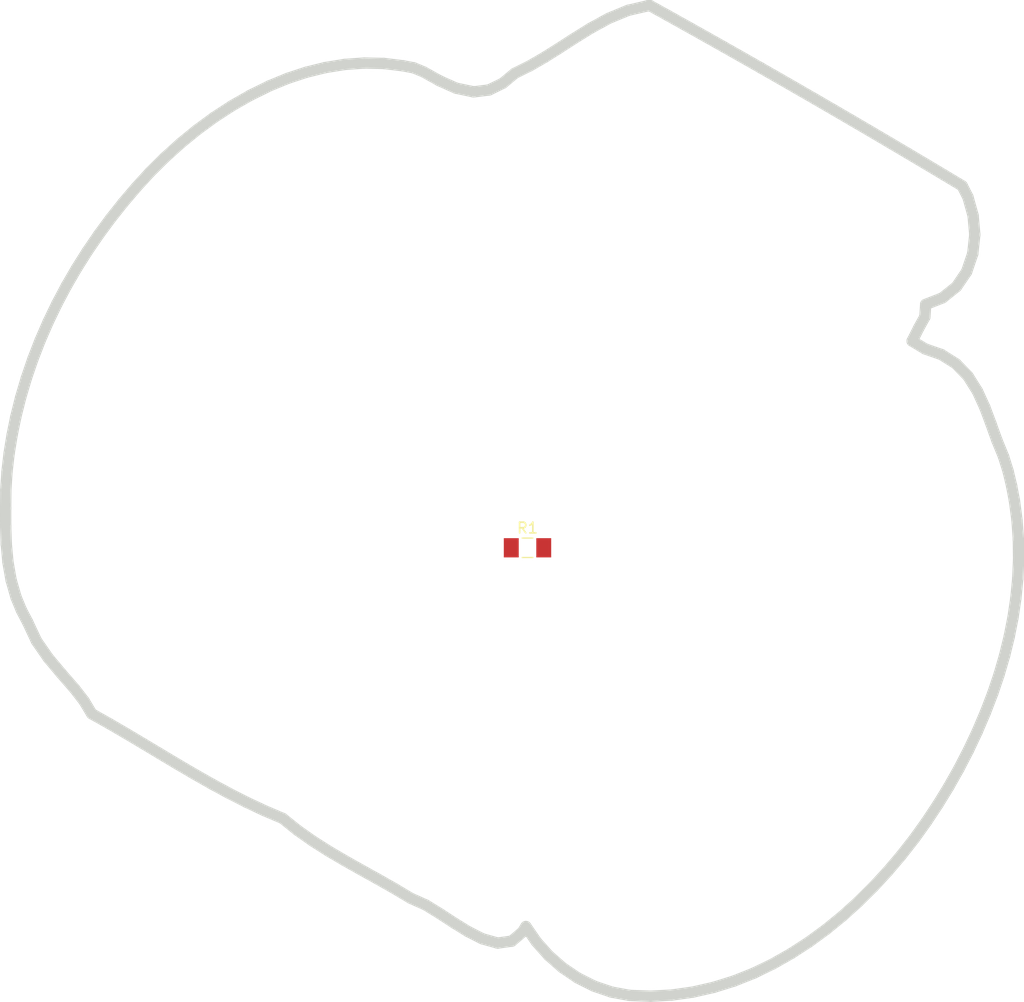
<source format=kicad_pcb>
(kicad_pcb (version 20171130) (host pcbnew 5.1.2-f72e74a~84~ubuntu18.04.1)

  (general
    (thickness 1.6)
    (drawings 0)
    (tracks 0)
    (zones 0)
    (modules 2)
    (nets 3)
  )

  (page A4)
  (layers
    (0 F.Cu signal)
    (31 B.Cu signal)
    (32 B.Adhes user)
    (33 F.Adhes user)
    (34 B.Paste user)
    (35 F.Paste user)
    (36 B.SilkS user)
    (37 F.SilkS user)
    (38 B.Mask user)
    (39 F.Mask user)
    (40 Dwgs.User user)
    (41 Cmts.User user)
    (42 Eco1.User user)
    (43 Eco2.User user)
    (44 Edge.Cuts user)
    (45 Margin user)
    (46 B.CrtYd user)
    (47 F.CrtYd user)
    (48 B.Fab user)
    (49 F.Fab user)
  )

  (setup
    (last_trace_width 0.254)
    (user_trace_width 0.1524)
    (user_trace_width 0.2)
    (user_trace_width 0.25)
    (user_trace_width 0.3)
    (user_trace_width 0.4)
    (user_trace_width 0.5)
    (user_trace_width 0.6)
    (user_trace_width 0.8)
    (user_trace_width 1)
    (user_trace_width 1.2)
    (user_trace_width 1.5)
    (user_trace_width 2)
    (trace_clearance 0.254)
    (zone_clearance 0.1524)
    (zone_45_only no)
    (trace_min 0.1524)
    (via_size 0.6858)
    (via_drill 0.3302)
    (via_min_size 0.6858)
    (via_min_drill 0.3302)
    (uvia_size 0.508)
    (uvia_drill 0.127)
    (uvias_allowed no)
    (uvia_min_size 0.508)
    (uvia_min_drill 0.127)
    (edge_width 0.127)
    (segment_width 0.127)
    (pcb_text_width 0.127)
    (pcb_text_size 0.6 0.6)
    (mod_edge_width 0.127)
    (mod_text_size 0.6 0.6)
    (mod_text_width 0.127)
    (pad_size 1.524 1.524)
    (pad_drill 0.762)
    (pad_to_mask_clearance 0.05)
    (pad_to_paste_clearance -0.04)
    (aux_axis_origin 0 0)
    (visible_elements FFFFFF7F)
    (pcbplotparams
      (layerselection 0x3ffff_80000001)
      (usegerberextensions true)
      (usegerberattributes true)
      (usegerberadvancedattributes false)
      (creategerberjobfile false)
      (excludeedgelayer true)
      (linewidth 0.127000)
      (plotframeref false)
      (viasonmask false)
      (mode 1)
      (useauxorigin false)
      (hpglpennumber 1)
      (hpglpenspeed 20)
      (hpglpendiameter 15.000000)
      (psnegative false)
      (psa4output false)
      (plotreference true)
      (plotvalue true)
      (plotinvisibletext false)
      (padsonsilk false)
      (subtractmaskfromsilk false)
      (outputformat 1)
      (mirror false)
      (drillshape 0)
      (scaleselection 1)
      (outputdirectory "CAM/"))
  )

  (net 0 "")
  (net 1 GND)
  (net 2 +3.3V)

  (net_class Default "Dit is de standaard class."
    (clearance 0.254)
    (trace_width 0.254)
    (via_dia 0.6858)
    (via_drill 0.3302)
    (uvia_dia 0.508)
    (uvia_drill 0.127)
    (add_net +3.3V)
    (add_net GND)
  )

  (net_class 0.2mm ""
    (clearance 0.2)
    (trace_width 0.2)
    (via_dia 0.6858)
    (via_drill 0.3302)
    (uvia_dia 0.508)
    (uvia_drill 0.127)
  )

  (net_class Minimal ""
    (clearance 0.1524)
    (trace_width 0.1524)
    (via_dia 0.6858)
    (via_drill 0.3302)
    (uvia_dia 0.508)
    (uvia_drill 0.127)
  )

  (module escorni_badge:escorni_all (layer F.Cu) (tedit 5CE58E42) (tstamp 5CE5E52E)
    (at 146.685 101.6)
    (descr "Imported from escornabot-iso2.svg")
    (tags svg2mod)
    (attr smd)
    (fp_text reference svg2mod (at 0 -50.72234) (layer F.SilkS) hide
      (effects (font (size 1.524 1.524) (thickness 0.3048)))
    )
    (fp_text value G*** (at 0 50.72234) (layer F.SilkS) hide
      (effects (font (size 1.524 1.524) (thickness 0.3048)))
    )
    (fp_line (start 13.838187 -45.006001) (end 13.838187 -45.005998) (layer Edge.Cuts) (width 1.058333))
    (fp_line (start 14.001388 -45.006671) (end 13.838187 -45.006001) (layer Edge.Cuts) (width 1.058333))
    (fp_line (start 15.73473 -44.044197) (end 14.001388 -45.006671) (layer Edge.Cuts) (width 1.058333))
    (fp_line (start 17.466005 -43.078017) (end 15.73473 -44.044197) (layer Edge.Cuts) (width 1.058333))
    (fp_line (start 19.195294 -42.108103) (end 17.466005 -43.078017) (layer Edge.Cuts) (width 1.058333))
    (fp_line (start 20.922462 -41.134544) (end 19.195294 -42.108103) (layer Edge.Cuts) (width 1.058333))
    (fp_line (start 22.64753 -40.157346) (end 20.922462 -41.134544) (layer Edge.Cuts) (width 1.058333))
    (fp_line (start 24.370617 -39.176453) (end 22.64753 -40.157346) (layer Edge.Cuts) (width 1.058333))
    (fp_line (start 26.091521 -38.191999) (end 24.370617 -39.176453) (layer Edge.Cuts) (width 1.058333))
    (fp_line (start 27.810408 -37.203904) (end 26.091521 -38.191999) (layer Edge.Cuts) (width 1.058333))
    (fp_line (start 29.527282 -36.212178) (end 27.810408 -37.203904) (layer Edge.Cuts) (width 1.058333))
    (fp_line (start 31.242002 -35.216921) (end 29.527282 -36.212178) (layer Edge.Cuts) (width 1.058333))
    (fp_line (start 32.954733 -34.21805) (end 31.242002 -35.216921) (layer Edge.Cuts) (width 1.058333))
    (fp_line (start 34.665396 -33.215628) (end 32.954733 -34.21805) (layer Edge.Cuts) (width 1.058333))
    (fp_line (start 36.373847 -32.209753) (end 34.665396 -33.215628) (layer Edge.Cuts) (width 1.058333))
    (fp_line (start 38.080246 -31.200349) (end 36.373847 -32.209753) (layer Edge.Cuts) (width 1.058333))
    (fp_line (start 39.784593 -30.18743) (end 38.080246 -31.200349) (layer Edge.Cuts) (width 1.058333))
    (fp_line (start 41.48689 -29.17101) (end 39.784593 -30.18743) (layer Edge.Cuts) (width 1.058333))
    (fp_line (start 43.187082 -28.151136) (end 41.48689 -29.17101) (layer Edge.Cuts) (width 1.058333))
    (fp_line (start 43.729739 -27.086511) (end 43.187082 -28.151136) (layer Edge.Cuts) (width 1.058333))
    (fp_line (start 44.20922 -25.36248) (end 43.729739 -27.086511) (layer Edge.Cuts) (width 1.058333))
    (fp_line (start 44.368601 -23.580544) (end 44.20922 -25.36248) (layer Edge.Cuts) (width 1.058333))
    (fp_line (start 44.176905 -21.802394) (end 44.368601 -23.580544) (layer Edge.Cuts) (width 1.058333))
    (fp_line (start 43.601617 -20.109685) (end 44.176905 -21.802394) (layer Edge.Cuts) (width 1.058333))
    (fp_line (start 42.658016 -18.71655) (end 43.601617 -20.109685) (layer Edge.Cuts) (width 1.058333))
    (fp_line (start 41.343046 -17.665948) (end 42.658016 -18.71655) (layer Edge.Cuts) (width 1.058333))
    (fp_line (start 39.77585 -17.053453) (end 41.343046 -17.665948) (layer Edge.Cuts) (width 1.058333))
    (fp_line (start 39.701052 -15.890896) (end 39.77585 -17.053453) (layer Edge.Cuts) (width 1.058333))
    (fp_line (start 39.12985 -14.861837) (end 39.701052 -15.890896) (layer Edge.Cuts) (width 1.058333))
    (fp_line (start 38.509914 -13.625788) (end 39.12985 -14.861837) (layer Edge.Cuts) (width 1.058333))
    (fp_line (start 39.718537 -12.895884) (end 38.509914 -13.625788) (layer Edge.Cuts) (width 1.058333))
    (fp_line (start 41.250755 -12.360079) (end 39.718537 -12.895884) (layer Edge.Cuts) (width 1.058333))
    (fp_line (start 42.622415 -11.492972) (end 41.250755 -12.360079) (layer Edge.Cuts) (width 1.058333))
    (fp_line (start 43.744164 -10.321216) (end 42.622415 -11.492972) (layer Edge.Cuts) (width 1.058333))
    (fp_line (start 44.618408 -8.924172) (end 43.744164 -10.321216) (layer Edge.Cuts) (width 1.058333))
    (fp_line (start 45.304703 -7.42487) (end 44.618408 -8.924172) (layer Edge.Cuts) (width 1.058333))
    (fp_line (start 45.882369 -5.879827) (end 45.304703 -7.42487) (layer Edge.Cuts) (width 1.058333))
    (fp_line (start 46.439368 -4.326989) (end 45.882369 -5.879827) (layer Edge.Cuts) (width 1.058333))
    (fp_line (start 47.064344 -2.80079) (end 46.439368 -4.326989) (layer Edge.Cuts) (width 1.058333))
    (fp_line (start 47.482775 -1.454048) (end 47.064344 -2.80079) (layer Edge.Cuts) (width 1.058333))
    (fp_line (start 47.809977 -0.082013) (end 47.482775 -1.454048) (layer Edge.Cuts) (width 1.058333))
    (fp_line (start 48.072868 1.303976) (end 47.809977 -0.082013) (layer Edge.Cuts) (width 1.058333))
    (fp_line (start 48.313562 3.119144) (end 48.072868 1.303976) (layer Edge.Cuts) (width 1.058333))
    (fp_line (start 48.442804 4.945773) (end 48.313562 3.119144) (layer Edge.Cuts) (width 1.058333))
    (fp_line (start 48.464959 6.776907) (end 48.442804 4.945773) (layer Edge.Cuts) (width 1.058333))
    (fp_line (start 48.385032 8.606286) (end 48.464959 6.776907) (layer Edge.Cuts) (width 1.058333))
    (fp_line (start 48.208323 10.428994) (end 48.385032 8.606286) (layer Edge.Cuts) (width 1.058333))
    (fp_line (start 47.940204 12.240558) (end 48.208323 10.428994) (layer Edge.Cuts) (width 1.058333))
    (fp_line (start 47.585933 14.037225) (end 47.940204 12.240558) (layer Edge.Cuts) (width 1.058333))
    (fp_line (start 47.150465 15.816052) (end 47.585933 14.037225) (layer Edge.Cuts) (width 1.058333))
    (fp_line (start 46.63846 17.574302) (end 47.150465 15.816052) (layer Edge.Cuts) (width 1.058333))
    (fp_line (start 46.054087 19.309916) (end 46.63846 17.574302) (layer Edge.Cuts) (width 1.058333))
    (fp_line (start 45.360286 21.120441) (end 46.054087 19.309916) (layer Edge.Cuts) (width 1.058333))
    (fp_line (start 44.599359 22.90384) (end 45.360286 21.120441) (layer Edge.Cuts) (width 1.058333))
    (fp_line (start 43.773104 24.657878) (end 44.599359 22.90384) (layer Edge.Cuts) (width 1.058333))
    (fp_line (start 42.883268 26.380471) (end 43.773104 24.657878) (layer Edge.Cuts) (width 1.058333))
    (fp_line (start 41.93148 28.069736) (end 42.883268 26.380471) (layer Edge.Cuts) (width 1.058333))
    (fp_line (start 40.919448 29.723616) (end 41.93148 28.069736) (layer Edge.Cuts) (width 1.058333))
    (fp_line (start 39.84881 31.340144) (end 40.919448 29.723616) (layer Edge.Cuts) (width 1.058333))
    (fp_line (start 38.721076 32.917496) (end 39.84881 31.340144) (layer Edge.Cuts) (width 1.058333))
    (fp_line (start 37.500093 34.478563) (end 38.721076 32.917496) (layer Edge.Cuts) (width 1.058333))
    (fp_line (start 36.218381 35.990239) (end 37.500093 34.478563) (layer Edge.Cuts) (width 1.058333))
    (fp_line (start 34.874631 37.447034) (end 36.218381 35.990239) (layer Edge.Cuts) (width 1.058333))
    (fp_line (start 33.467731 38.842801) (end 34.874631 37.447034) (layer Edge.Cuts) (width 1.058333))
    (fp_line (start 31.996747 40.170874) (end 33.467731 38.842801) (layer Edge.Cuts) (width 1.058333))
    (fp_line (start 30.461342 41.423852) (end 31.996747 40.170874) (layer Edge.Cuts) (width 1.058333))
    (fp_line (start 28.861794 42.593842) (end 30.461342 41.423852) (layer Edge.Cuts) (width 1.058333))
    (fp_line (start 27.19936 43.672504) (end 28.861794 42.593842) (layer Edge.Cuts) (width 1.058333))
    (fp_line (start 25.476364 44.651376) (end 27.19936 43.672504) (layer Edge.Cuts) (width 1.058333))
    (fp_line (start 23.688756 45.518232) (end 25.476364 44.651376) (layer Edge.Cuts) (width 1.058333))
    (fp_line (start 21.84247 46.251642) (end 23.688756 45.518232) (layer Edge.Cuts) (width 1.058333))
    (fp_line (start 19.945858 46.843216) (end 21.84247 46.251642) (layer Edge.Cuts) (width 1.058333))
    (fp_line (start 18.008717 47.283352) (end 19.945858 46.843216) (layer Edge.Cuts) (width 1.058333))
    (fp_line (start 16.041845 47.561896) (end 18.008717 47.283352) (layer Edge.Cuts) (width 1.058333))
    (fp_line (start 14.058272 47.668542) (end 16.041845 47.561896) (layer Edge.Cuts) (width 1.058333))
    (fp_line (start 12.073342 47.59385) (end 14.058272 47.668542) (layer Edge.Cuts) (width 1.058333))
    (fp_line (start 10.384036 47.279445) (end 12.073342 47.59385) (layer Edge.Cuts) (width 1.058333))
    (fp_line (start 8.757524 46.724637) (end 10.384036 47.279445) (layer Edge.Cuts) (width 1.058333))
    (fp_line (start 7.221941 45.953005) (end 8.757524 46.724637) (layer Edge.Cuts) (width 1.058333))
    (fp_line (start 5.799139 44.988586) (end 7.221941 45.953005) (layer Edge.Cuts) (width 1.058333))
    (fp_line (start 4.507991 43.85405) (end 5.799139 44.988586) (layer Edge.Cuts) (width 1.058333))
    (fp_line (start 3.365812 42.569508) (end 4.507991 43.85405) (layer Edge.Cuts) (width 1.058333))
    (fp_line (start 2.3911 41.153865) (end 3.365812 42.569508) (layer Edge.Cuts) (width 1.058333))
    (fp_line (start 2.081055 41.657198) (end 2.3911 41.153865) (layer Edge.Cuts) (width 1.058333))
    (fp_line (start 1.066881 42.515987) (end 2.081055 41.657198) (layer Edge.Cuts) (width 1.058333))
    (fp_line (start -0.248958 42.70022) (end 1.066881 42.515987) (layer Edge.Cuts) (width 1.058333))
    (fp_line (start -1.693322 42.294035) (end -0.248958 42.70022) (layer Edge.Cuts) (width 1.058333))
    (fp_line (start -3.032824 41.612016) (end -1.693322 42.294035) (layer Edge.Cuts) (width 1.058333))
    (fp_line (start -4.31265 40.821562) (end -3.032824 41.612016) (layer Edge.Cuts) (width 1.058333))
    (fp_line (start -5.626855 39.963073) (end -4.31265 40.821562) (layer Edge.Cuts) (width 1.058333))
    (fp_line (start -6.962624 39.139053) (end -5.626855 39.963073) (layer Edge.Cuts) (width 1.058333))
    (fp_line (start -8.39273 38.496785) (end -6.962624 39.139053) (layer Edge.Cuts) (width 1.058333))
    (fp_line (start -9.907446 37.591312) (end -8.39273 38.496785) (layer Edge.Cuts) (width 1.058333))
    (fp_line (start -11.442459 36.72089) (end -9.907446 37.591312) (layer Edge.Cuts) (width 1.058333))
    (fp_line (start -12.984992 35.863873) (end -11.442459 36.72089) (layer Edge.Cuts) (width 1.058333))
    (fp_line (start -14.522885 34.998504) (end -12.984992 35.863873) (layer Edge.Cuts) (width 1.058333))
    (fp_line (start -16.043448 34.103254) (end -14.522885 34.998504) (layer Edge.Cuts) (width 1.058333))
    (fp_line (start -17.532832 33.157015) (end -16.043448 34.103254) (layer Edge.Cuts) (width 1.058333))
    (fp_line (start -18.974815 32.140127) (end -17.532832 33.157015) (layer Edge.Cuts) (width 1.058333))
    (fp_line (start -20.350658 31.035696) (end -18.974815 32.140127) (layer Edge.Cuts) (width 1.058333))
    (fp_line (start -22.055793 30.310049) (end -20.350658 31.035696) (layer Edge.Cuts) (width 1.058333))
    (fp_line (start -23.732492 29.521294) (end -22.055793 30.310049) (layer Edge.Cuts) (width 1.058333))
    (fp_line (start -25.38353 28.679873) (end -23.732492 29.521294) (layer Edge.Cuts) (width 1.058333))
    (fp_line (start -27.012426 27.796197) (end -25.38353 28.679873) (layer Edge.Cuts) (width 1.058333))
    (fp_line (start -28.623511 26.880391) (end -27.012426 27.796197) (layer Edge.Cuts) (width 1.058333))
    (fp_line (start -30.221633 25.942296) (end -28.623511 26.880391) (layer Edge.Cuts) (width 1.058333))
    (fp_line (start -31.812237 24.991356) (end -30.221633 25.942296) (layer Edge.Cuts) (width 1.058333))
    (fp_line (start -33.400806 24.036947) (end -31.812237 24.991356) (layer Edge.Cuts) (width 1.058333))
    (fp_line (start -34.99287 23.088408) (end -33.400806 24.036947) (layer Edge.Cuts) (width 1.058333))
    (fp_line (start -36.593898 22.155148) (end -34.99287 23.088408) (layer Edge.Cuts) (width 1.058333))
    (fp_line (start -38.20908 21.246807) (end -36.593898 22.155148) (layer Edge.Cuts) (width 1.058333))
    (fp_line (start -38.929043 20.047578) (end -38.20908 21.246807) (layer Edge.Cuts) (width 1.058333))
    (fp_line (start -39.784555 18.940534) (end -38.929043 20.047578) (layer Edge.Cuts) (width 1.058333))
    (fp_line (start -41.047663 17.48915) (end -39.784555 18.940534) (layer Edge.Cuts) (width 1.058333))
    (fp_line (start -42.283314 16.014567) (end -41.047663 17.48915) (layer Edge.Cuts) (width 1.058333))
    (fp_line (start -43.377652 14.43371) (end -42.283314 16.014567) (layer Edge.Cuts) (width 1.058333))
    (fp_line (start -44.192759 12.694425) (end -43.377652 14.43371) (layer Edge.Cuts) (width 1.058333))
    (fp_line (start -44.791613 11.546488) (end -44.192759 12.694425) (layer Edge.Cuts) (width 1.058333))
    (fp_line (start -45.28665 10.350711) (end -44.791613 11.546488) (layer Edge.Cuts) (width 1.058333))
    (fp_line (start -45.751988 8.729085) (end -45.28665 10.350711) (layer Edge.Cuts) (width 1.058333))
    (fp_line (start -46.044218 7.067087) (end -45.751988 8.729085) (layer Edge.Cuts) (width 1.058333))
    (fp_line (start -46.199651 5.386645) (end -46.044218 7.067087) (layer Edge.Cuts) (width 1.058333))
    (fp_line (start -46.25827 3.699729) (end -46.199651 5.386645) (layer Edge.Cuts) (width 1.058333))
    (fp_line (start -46.259714 2.011788) (end -46.25827 3.699729) (layer Edge.Cuts) (width 1.058333))
    (fp_line (start -46.242877 0.323833) (end -46.259714 2.011788) (layer Edge.Cuts) (width 1.058333))
    (fp_line (start -46.136498 -1.397963) (end -46.242877 0.323833) (layer Edge.Cuts) (width 1.058333))
    (fp_line (start -45.937374 -3.111614) (end -46.136498 -1.397963) (layer Edge.Cuts) (width 1.058333))
    (fp_line (start -45.659646 -4.814384) (end -45.937374 -3.111614) (layer Edge.Cuts) (width 1.058333))
    (fp_line (start -45.317087 -6.505258) (end -45.659646 -4.814384) (layer Edge.Cuts) (width 1.058333))
    (fp_line (start -44.860893 -8.335117) (end -45.317087 -6.505258) (layer Edge.Cuts) (width 1.058333))
    (fp_line (start -44.326979 -10.143991) (end -44.860893 -8.335117) (layer Edge.Cuts) (width 1.058333))
    (fp_line (start -43.717958 -11.928802) (end -44.326979 -10.143991) (layer Edge.Cuts) (width 1.058333))
    (fp_line (start -43.036394 -13.687173) (end -43.717958 -11.928802) (layer Edge.Cuts) (width 1.058333))
    (fp_line (start -42.28493 -15.416796) (end -43.036394 -13.687173) (layer Edge.Cuts) (width 1.058333))
    (fp_line (start -41.466095 -17.115784) (end -42.28493 -15.416796) (layer Edge.Cuts) (width 1.058333))
    (fp_line (start -40.5826 -18.781959) (end -41.466095 -17.115784) (layer Edge.Cuts) (width 1.058333))
    (fp_line (start -39.636907 -20.413698) (end -40.5826 -18.781959) (layer Edge.Cuts) (width 1.058333))
    (fp_line (start -38.631563 -22.009201) (end -39.636907 -20.413698) (layer Edge.Cuts) (width 1.058333))
    (fp_line (start -37.568805 -23.567119) (end -38.631563 -22.009201) (layer Edge.Cuts) (width 1.058333))
    (fp_line (start -36.450856 -25.086015) (end -37.568805 -23.567119) (layer Edge.Cuts) (width 1.058333))
    (fp_line (start -35.279902 -26.564399) (end -36.450856 -25.086015) (layer Edge.Cuts) (width 1.058333))
    (fp_line (start -34.057931 -28.000933) (end -35.279902 -26.564399) (layer Edge.Cuts) (width 1.058333))
    (fp_line (start -32.78682 -29.394268) (end -34.057931 -28.000933) (layer Edge.Cuts) (width 1.058333))
    (fp_line (start -31.378412 -30.794209) (end -32.78682 -29.394268) (layer Edge.Cuts) (width 1.058333))
    (fp_line (start -29.904973 -32.125793) (end -31.378412 -30.794209) (layer Edge.Cuts) (width 1.058333))
    (fp_line (start -28.366987 -33.382258) (end -29.904973 -32.125793) (layer Edge.Cuts) (width 1.058333))
    (fp_line (start -26.765256 -34.556233) (end -28.366987 -33.382258) (layer Edge.Cuts) (width 1.058333))
    (fp_line (start -25.10101 -35.639827) (end -26.765256 -34.556233) (layer Edge.Cuts) (width 1.058333))
    (fp_line (start -23.376461 -36.624521) (end -25.10101 -35.639827) (layer Edge.Cuts) (width 1.058333))
    (fp_line (start -21.594839 -37.501535) (end -23.376461 -36.624521) (layer Edge.Cuts) (width 1.058333))
    (fp_line (start -19.897429 -38.200735) (end -21.594839 -37.501535) (layer Edge.Cuts) (width 1.058333))
    (fp_line (start -18.153713 -38.775039) (end -19.897429 -38.200735) (layer Edge.Cuts) (width 1.058333))
    (fp_line (start -16.371307 -39.214153) (end -18.153713 -38.775039) (layer Edge.Cuts) (width 1.058333))
    (fp_line (start -14.559012 -39.506343) (end -16.371307 -39.214153) (layer Edge.Cuts) (width 1.058333))
    (fp_line (start -12.728176 -39.638833) (end -14.559012 -39.506343) (layer Edge.Cuts) (width 1.058333))
    (fp_line (start -10.893096 -39.59891) (end -12.728176 -39.638833) (layer Edge.Cuts) (width 1.058333))
    (fp_line (start -9.071406 -39.375485) (end -10.893096 -39.59891) (layer Edge.Cuts) (width 1.058333))
    (fp_line (start -8.087336 -39.185386) (end -9.071406 -39.375485) (layer Edge.Cuts) (width 1.058333))
    (fp_line (start -7.168103 -38.803114) (end -8.087336 -39.185386) (layer Edge.Cuts) (width 1.058333))
    (fp_line (start -5.690012 -37.978731) (end -7.168103 -38.803114) (layer Edge.Cuts) (width 1.058333))
    (fp_line (start -4.146122 -37.288649) (end -5.690012 -37.978731) (layer Edge.Cuts) (width 1.058333))
    (fp_line (start -2.495366 -36.939498) (end -4.146122 -37.288649) (layer Edge.Cuts) (width 1.058333))
    (fp_line (start -1.065299 -37.118373) (end -2.495366 -36.939498) (layer Edge.Cuts) (width 1.058333))
    (fp_line (start 0.234202 -37.749854) (end -1.065299 -37.118373) (layer Edge.Cuts) (width 1.058333))
    (fp_line (start 1.345773 -38.675929) (end 0.234202 -37.749854) (layer Edge.Cuts) (width 1.058333))
    (fp_line (start 2.748184 -39.370926) (end 1.345773 -38.675929) (layer Edge.Cuts) (width 1.058333))
    (fp_line (start 4.104161 -40.153443) (end 2.748184 -39.370926) (layer Edge.Cuts) (width 1.058333))
    (fp_line (start 5.429456 -40.986911) (end 4.104161 -40.153443) (layer Edge.Cuts) (width 1.058333))
    (fp_line (start 6.744058 -41.837348) (end 5.429456 -40.986911) (layer Edge.Cuts) (width 1.058333))
    (fp_line (start 8.406765 -42.873342) (end 6.744058 -41.837348) (layer Edge.Cuts) (width 1.058333))
    (fp_line (start 10.124049 -43.815039) (end 8.406765 -42.873342) (layer Edge.Cuts) (width 1.058333))
    (fp_line (start 11.932733 -44.563998) (end 10.124049 -43.815039) (layer Edge.Cuts) (width 1.058333))
    (fp_line (start 13.838187 -45.005998) (end 11.932733 -44.563998) (layer Edge.Cuts) (width 1.058333))
  )

  (module Resistor_SMD:R_1206_3216Metric_Pad1.39x1.80mm_HandSolder (layer F.Cu) (tedit 5AC5DB74) (tstamp 5CE5E2F8)
    (at 149.225 107.315)
    (descr "Resistor SMD 1206 (3216 Metric), square (rectangular) end terminal, IPC_7351 nominal with elongated pad for handsoldering. (Body size source: http://www.tortai-tech.com/upload/download/2011102023233369053.pdf), generated with kicad-footprint-generator")
    (tags "resistor handsolder")
    (path /5CE592DB)
    (attr smd)
    (fp_text reference R1 (at 0 -1.85) (layer F.SilkS)
      (effects (font (size 1 1) (thickness 0.15)))
    )
    (fp_text value R (at 0 1.85) (layer F.Fab)
      (effects (font (size 1 1) (thickness 0.15)))
    )
    (fp_text user %R (at 0 0) (layer F.Fab)
      (effects (font (size 0.8 0.8) (thickness 0.12)))
    )
    (fp_line (start 2.46 1.15) (end -2.46 1.15) (layer F.CrtYd) (width 0.05))
    (fp_line (start 2.46 -1.15) (end 2.46 1.15) (layer F.CrtYd) (width 0.05))
    (fp_line (start -2.46 -1.15) (end 2.46 -1.15) (layer F.CrtYd) (width 0.05))
    (fp_line (start -2.46 1.15) (end -2.46 -1.15) (layer F.CrtYd) (width 0.05))
    (fp_line (start -0.5 0.91) (end 0.5 0.91) (layer F.SilkS) (width 0.12))
    (fp_line (start -0.5 -0.91) (end 0.5 -0.91) (layer F.SilkS) (width 0.12))
    (fp_line (start 1.6 0.8) (end -1.6 0.8) (layer F.Fab) (width 0.1))
    (fp_line (start 1.6 -0.8) (end 1.6 0.8) (layer F.Fab) (width 0.1))
    (fp_line (start -1.6 -0.8) (end 1.6 -0.8) (layer F.Fab) (width 0.1))
    (fp_line (start -1.6 0.8) (end -1.6 -0.8) (layer F.Fab) (width 0.1))
    (pad 2 smd rect (at 1.5175 0) (size 1.395 1.8) (layers F.Cu F.Paste F.Mask)
      (net 1 GND))
    (pad 1 smd rect (at -1.5175 0) (size 1.395 1.8) (layers F.Cu F.Paste F.Mask)
      (net 2 +3.3V))
    (model ${KISYS3DMOD}/Resistor_SMD.3dshapes/R_1206_3216Metric.wrl
      (at (xyz 0 0 0))
      (scale (xyz 1 1 1))
      (rotate (xyz 0 0 0))
    )
  )

)

</source>
